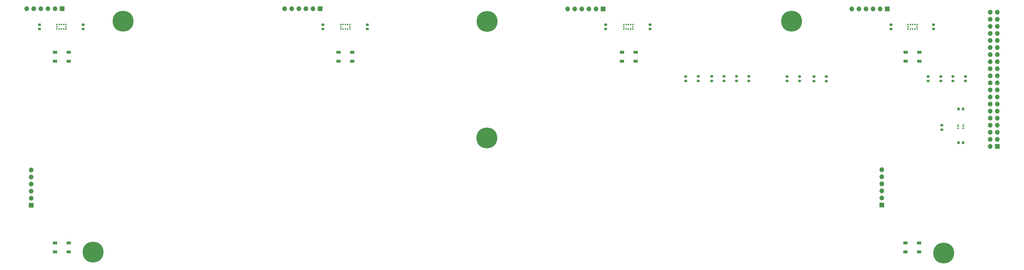
<source format=gbr>
%TF.GenerationSoftware,KiCad,Pcbnew,7.0.10*%
%TF.CreationDate,2024-02-05T00:36:43+00:00*%
%TF.ProjectId,ContactlessPiPoweredDrumkit,436f6e74-6163-4746-9c65-73735069506f,rev?*%
%TF.SameCoordinates,Original*%
%TF.FileFunction,Soldermask,Top*%
%TF.FilePolarity,Negative*%
%FSLAX46Y46*%
G04 Gerber Fmt 4.6, Leading zero omitted, Abs format (unit mm)*
G04 Created by KiCad (PCBNEW 7.0.10) date 2024-02-05 00:36:43*
%MOMM*%
%LPD*%
G01*
G04 APERTURE LIST*
G04 Aperture macros list*
%AMRoundRect*
0 Rectangle with rounded corners*
0 $1 Rounding radius*
0 $2 $3 $4 $5 $6 $7 $8 $9 X,Y pos of 4 corners*
0 Add a 4 corners polygon primitive as box body*
4,1,4,$2,$3,$4,$5,$6,$7,$8,$9,$2,$3,0*
0 Add four circle primitives for the rounded corners*
1,1,$1+$1,$2,$3*
1,1,$1+$1,$4,$5*
1,1,$1+$1,$6,$7*
1,1,$1+$1,$8,$9*
0 Add four rect primitives between the rounded corners*
20,1,$1+$1,$2,$3,$4,$5,0*
20,1,$1+$1,$4,$5,$6,$7,0*
20,1,$1+$1,$6,$7,$8,$9,0*
20,1,$1+$1,$8,$9,$2,$3,0*%
G04 Aperture macros list end*
%ADD10RoundRect,0.200000X-0.275000X0.200000X-0.275000X-0.200000X0.275000X-0.200000X0.275000X0.200000X0*%
%ADD11RoundRect,0.225000X-0.250000X0.225000X-0.250000X-0.225000X0.250000X-0.225000X0.250000X0.225000X0*%
%ADD12R,1.500000X1.000000*%
%ADD13R,1.700000X1.700000*%
%ADD14O,1.700000X1.700000*%
%ADD15C,4.700000*%
%ADD16C,7.500000*%
%ADD17RoundRect,0.062500X-0.127500X-0.062500X0.127500X-0.062500X0.127500X0.062500X-0.127500X0.062500X0*%
%ADD18RoundRect,0.125000X-0.125000X-0.125000X0.125000X-0.125000X0.125000X0.125000X-0.125000X0.125000X0*%
%ADD19RoundRect,0.200000X0.200000X0.275000X-0.200000X0.275000X-0.200000X-0.275000X0.200000X-0.275000X0*%
%ADD20RoundRect,0.225000X0.250000X-0.225000X0.250000X0.225000X-0.250000X0.225000X-0.250000X-0.225000X0*%
%ADD21R,0.650000X0.400000*%
G04 APERTURE END LIST*
D10*
%TO.C,R2*%
X368300000Y-123889000D03*
X368300000Y-125539000D03*
%TD*%
D11*
%TO.C,C5*%
X243840000Y-105270000D03*
X243840000Y-106820000D03*
%TD*%
D12*
%TO.C,D1*%
X351245000Y-183820000D03*
X351245000Y-187020000D03*
X356145000Y-187020000D03*
X356145000Y-183820000D03*
%TD*%
D13*
%TO.C,J6*%
X49022000Y-99568000D03*
D14*
X46482000Y-99568000D03*
X43942000Y-99568000D03*
X41402000Y-99568000D03*
X38862000Y-99568000D03*
X36322000Y-99568000D03*
%TD*%
D12*
%TO.C,D4*%
X148045000Y-115240000D03*
X148045000Y-118440000D03*
X152945000Y-118440000D03*
X152945000Y-115240000D03*
%TD*%
D13*
%TO.C,J3*%
X344780000Y-99593000D03*
D14*
X342240000Y-99593000D03*
X339700000Y-99593000D03*
X337160000Y-99593000D03*
X334620000Y-99593000D03*
X332080000Y-99593000D03*
%TD*%
D10*
%TO.C,R8*%
X290703000Y-123838200D03*
X290703000Y-125488200D03*
%TD*%
D15*
%TO.C,H1*%
X60071000Y-187071000D03*
D16*
X60071000Y-187071000D03*
%TD*%
D17*
%TO.C,U3*%
X250228000Y-105370000D03*
D18*
X250368000Y-105245000D03*
X251168000Y-105245000D03*
X251968000Y-105245000D03*
X252768000Y-105245000D03*
X253568000Y-105245000D03*
X253568000Y-106045000D03*
X253568000Y-106845000D03*
X252768000Y-106845000D03*
X251968000Y-106845000D03*
X251168000Y-106845000D03*
X250368000Y-106845000D03*
X250368000Y-106045000D03*
%TD*%
D12*
%TO.C,D6*%
X46445000Y-183820000D03*
X46445000Y-187020000D03*
X51345000Y-187020000D03*
X51345000Y-183820000D03*
%TD*%
D15*
%TO.C,H3*%
X201295000Y-104140000D03*
D16*
X201295000Y-104140000D03*
%TD*%
D13*
%TO.C,J5*%
X141478000Y-99568000D03*
D14*
X138938000Y-99568000D03*
X136398000Y-99568000D03*
X133858000Y-99568000D03*
X131318000Y-99568000D03*
X128778000Y-99568000D03*
%TD*%
D10*
%TO.C,R9*%
X322910200Y-123939800D03*
X322910200Y-125589800D03*
%TD*%
D19*
%TO.C,R16*%
X371919000Y-147701000D03*
X370269000Y-147701000D03*
%TD*%
D15*
%TO.C,H4*%
X201218800Y-145999200D03*
D16*
X201218800Y-145999200D03*
%TD*%
D20*
%TO.C,C11*%
X56515000Y-106820000D03*
X56515000Y-105270000D03*
%TD*%
D13*
%TO.C,J4*%
X242926000Y-99593000D03*
D14*
X240386000Y-99593000D03*
X237846000Y-99593000D03*
X235306000Y-99593000D03*
X232766000Y-99593000D03*
X230226000Y-99593000D03*
%TD*%
D10*
%TO.C,R11*%
X313309000Y-123889000D03*
X313309000Y-125539000D03*
%TD*%
D15*
%TO.C,H5*%
X310489600Y-104038400D03*
D16*
X310489600Y-104038400D03*
%TD*%
D15*
%TO.C,H6*%
X364998000Y-187452000D03*
D16*
X364998000Y-187452000D03*
%TD*%
D17*
%TO.C,U5*%
X47028000Y-105370000D03*
D18*
X47168000Y-105245000D03*
X47968000Y-105245000D03*
X48768000Y-105245000D03*
X49568000Y-105245000D03*
X50368000Y-105245000D03*
X50368000Y-106045000D03*
X50368000Y-106845000D03*
X49568000Y-106845000D03*
X48768000Y-106845000D03*
X47968000Y-106845000D03*
X47168000Y-106845000D03*
X47168000Y-106045000D03*
%TD*%
D11*
%TO.C,C9*%
X40894000Y-105270000D03*
X40894000Y-106820000D03*
%TD*%
D10*
%TO.C,R14*%
X272491200Y-123889000D03*
X272491200Y-125539000D03*
%TD*%
%TO.C,R3*%
X363982000Y-125539000D03*
X363982000Y-123889000D03*
%TD*%
%TO.C,R4*%
X372745000Y-123889000D03*
X372745000Y-125539000D03*
%TD*%
D20*
%TO.C,C7*%
X259715000Y-106820000D03*
X259715000Y-105270000D03*
%TD*%
D19*
%TO.C,R15*%
X370269000Y-135636000D03*
X371919000Y-135636000D03*
%TD*%
D20*
%TO.C,C8*%
X158369000Y-106820000D03*
X158369000Y-105270000D03*
%TD*%
D10*
%TO.C,R10*%
X295148000Y-123838200D03*
X295148000Y-125488200D03*
%TD*%
%TO.C,R1*%
X359410000Y-123889000D03*
X359410000Y-125539000D03*
%TD*%
%TO.C,R13*%
X277012400Y-123838200D03*
X277012400Y-125488200D03*
%TD*%
D12*
%TO.C,D2*%
X351372000Y-115240000D03*
X351372000Y-118440000D03*
X356272000Y-118440000D03*
X356272000Y-115240000D03*
%TD*%
D21*
%TO.C,U7*%
X372044000Y-142636000D03*
X372044000Y-141986000D03*
X372044000Y-141336000D03*
X370144000Y-141336000D03*
X370144000Y-141986000D03*
X370144000Y-142636000D03*
%TD*%
D10*
%TO.C,R6*%
X286258000Y-123838200D03*
X286258000Y-125488200D03*
%TD*%
D15*
%TO.C,H2*%
X70815200Y-104013000D03*
D16*
X70815200Y-104013000D03*
%TD*%
D12*
%TO.C,D3*%
X249645000Y-115240000D03*
X249645000Y-118440000D03*
X254545000Y-118440000D03*
X254545000Y-115240000D03*
%TD*%
D10*
%TO.C,R17*%
X364299000Y-141415000D03*
X364299000Y-143065000D03*
%TD*%
D20*
%TO.C,C4*%
X361315000Y-106820000D03*
X361315000Y-105270000D03*
%TD*%
D17*
%TO.C,U4*%
X148755000Y-105370000D03*
D18*
X148895000Y-105245000D03*
X149695000Y-105245000D03*
X150495000Y-105245000D03*
X151295000Y-105245000D03*
X152095000Y-105245000D03*
X152095000Y-106045000D03*
X152095000Y-106845000D03*
X151295000Y-106845000D03*
X150495000Y-106845000D03*
X149695000Y-106845000D03*
X148895000Y-106845000D03*
X148895000Y-106045000D03*
%TD*%
D10*
%TO.C,R7*%
X308864000Y-123889000D03*
X308864000Y-125539000D03*
%TD*%
%TO.C,R5*%
X281813000Y-123838200D03*
X281813000Y-125488200D03*
%TD*%
D17*
%TO.C,U2*%
X352082000Y-105370000D03*
D18*
X352222000Y-105245000D03*
X353022000Y-105245000D03*
X353822000Y-105245000D03*
X354622000Y-105245000D03*
X355422000Y-105245000D03*
X355422000Y-106045000D03*
X355422000Y-106845000D03*
X354622000Y-106845000D03*
X353822000Y-106845000D03*
X353022000Y-106845000D03*
X352222000Y-106845000D03*
X352222000Y-106045000D03*
%TD*%
D11*
%TO.C,C6*%
X142494000Y-105270000D03*
X142494000Y-106820000D03*
%TD*%
D10*
%TO.C,R12*%
X318465200Y-123939800D03*
X318465200Y-125589800D03*
%TD*%
D11*
%TO.C,C2*%
X346075000Y-105283000D03*
X346075000Y-106833000D03*
%TD*%
D12*
%TO.C,D5*%
X46445000Y-115240000D03*
X46445000Y-118440000D03*
X51345000Y-118440000D03*
X51345000Y-115240000D03*
%TD*%
D13*
%TO.C,J2*%
X342798400Y-170129200D03*
D14*
X342798400Y-167589200D03*
X342798400Y-165049200D03*
X342798400Y-162509200D03*
X342798400Y-159969200D03*
X342798400Y-157429200D03*
%TD*%
D13*
%TO.C,J7*%
X37947600Y-170230800D03*
D14*
X37947600Y-167690800D03*
X37947600Y-165150800D03*
X37947600Y-162610800D03*
X37947600Y-160070800D03*
X37947600Y-157530800D03*
%TD*%
D13*
%TO.C,J1*%
X384175000Y-149098000D03*
D14*
X381635000Y-149098000D03*
X384175000Y-146558000D03*
X381635000Y-146558000D03*
X384175000Y-144018000D03*
X381635000Y-144018000D03*
X384175000Y-141478000D03*
X381635000Y-141478000D03*
X384175000Y-138938000D03*
X381635000Y-138938000D03*
X384175000Y-136398000D03*
X381635000Y-136398000D03*
X384175000Y-133858000D03*
X381635000Y-133858000D03*
X384175000Y-131318000D03*
X381635000Y-131318000D03*
X384175000Y-128778000D03*
X381635000Y-128778000D03*
X384175000Y-126238000D03*
X381635000Y-126238000D03*
X384175000Y-123698000D03*
X381635000Y-123698000D03*
X384175000Y-121158000D03*
X381635000Y-121158000D03*
X384175000Y-118618000D03*
X381635000Y-118618000D03*
X384175000Y-116078000D03*
X381635000Y-116078000D03*
X384175000Y-113538000D03*
X381635000Y-113538000D03*
X384175000Y-110998000D03*
X381635000Y-110998000D03*
X384175000Y-108458000D03*
X381635000Y-108458000D03*
X384175000Y-105918000D03*
X381635000Y-105918000D03*
X384175000Y-103378000D03*
X381635000Y-103378000D03*
X384175000Y-100838000D03*
X381635000Y-100838000D03*
%TD*%
M02*

</source>
